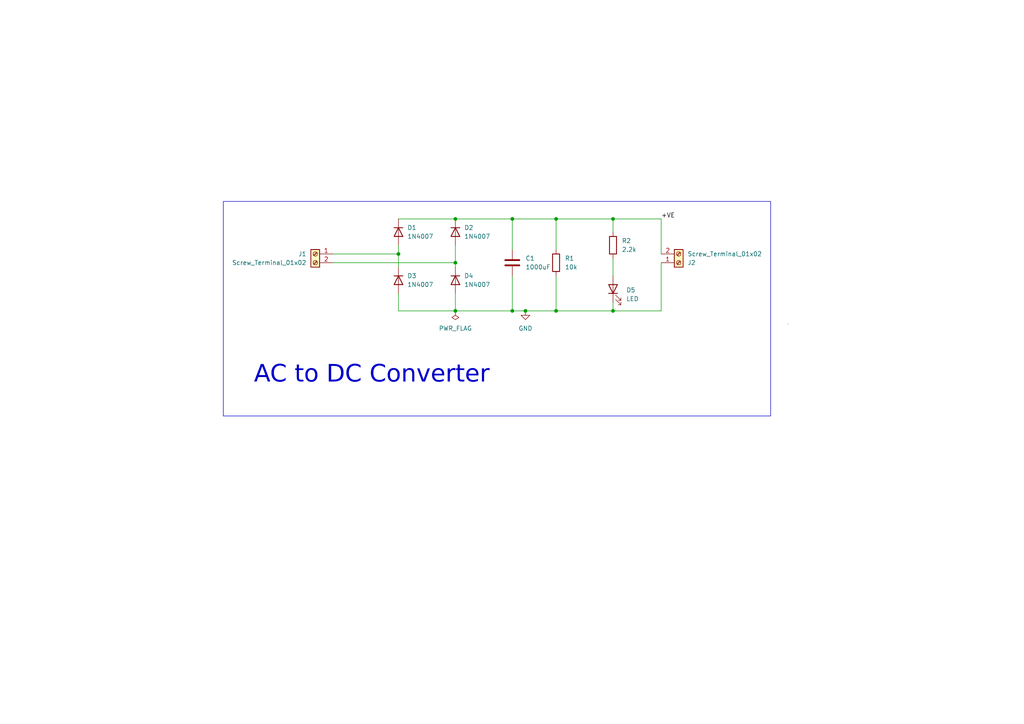
<source format=kicad_sch>
(kicad_sch (version 20230121) (generator eeschema)

  (uuid bfdcc1f0-0cb4-423a-bee1-26c8f1b45369)

  (paper "A4")

  (title_block
    (title "AC to DC Converter")
    (date "06/09/2024")
    (company "Electrables")
  )

  (lib_symbols
    (symbol "Connector:Screw_Terminal_01x02" (pin_names (offset 1.016) hide) (in_bom yes) (on_board yes)
      (property "Reference" "J" (at 0 2.54 0)
        (effects (font (size 1.27 1.27)))
      )
      (property "Value" "Screw_Terminal_01x02" (at 0 -5.08 0)
        (effects (font (size 1.27 1.27)))
      )
      (property "Footprint" "" (at 0 0 0)
        (effects (font (size 1.27 1.27)) hide)
      )
      (property "Datasheet" "~" (at 0 0 0)
        (effects (font (size 1.27 1.27)) hide)
      )
      (property "ki_keywords" "screw terminal" (at 0 0 0)
        (effects (font (size 1.27 1.27)) hide)
      )
      (property "ki_description" "Generic screw terminal, single row, 01x02, script generated (kicad-library-utils/schlib/autogen/connector/)" (at 0 0 0)
        (effects (font (size 1.27 1.27)) hide)
      )
      (property "ki_fp_filters" "TerminalBlock*:*" (at 0 0 0)
        (effects (font (size 1.27 1.27)) hide)
      )
      (symbol "Screw_Terminal_01x02_1_1"
        (rectangle (start -1.27 1.27) (end 1.27 -3.81)
          (stroke (width 0.254) (type default))
          (fill (type background))
        )
        (circle (center 0 -2.54) (radius 0.635)
          (stroke (width 0.1524) (type default))
          (fill (type none))
        )
        (polyline
          (pts
            (xy -0.5334 -2.2098)
            (xy 0.3302 -3.048)
          )
          (stroke (width 0.1524) (type default))
          (fill (type none))
        )
        (polyline
          (pts
            (xy -0.5334 0.3302)
            (xy 0.3302 -0.508)
          )
          (stroke (width 0.1524) (type default))
          (fill (type none))
        )
        (polyline
          (pts
            (xy -0.3556 -2.032)
            (xy 0.508 -2.8702)
          )
          (stroke (width 0.1524) (type default))
          (fill (type none))
        )
        (polyline
          (pts
            (xy -0.3556 0.508)
            (xy 0.508 -0.3302)
          )
          (stroke (width 0.1524) (type default))
          (fill (type none))
        )
        (circle (center 0 0) (radius 0.635)
          (stroke (width 0.1524) (type default))
          (fill (type none))
        )
        (pin passive line (at -5.08 0 0) (length 3.81)
          (name "Pin_1" (effects (font (size 1.27 1.27))))
          (number "1" (effects (font (size 1.27 1.27))))
        )
        (pin passive line (at -5.08 -2.54 0) (length 3.81)
          (name "Pin_2" (effects (font (size 1.27 1.27))))
          (number "2" (effects (font (size 1.27 1.27))))
        )
      )
    )
    (symbol "Device:C" (pin_numbers hide) (pin_names (offset 0.254)) (in_bom yes) (on_board yes)
      (property "Reference" "C" (at 0.635 2.54 0)
        (effects (font (size 1.27 1.27)) (justify left))
      )
      (property "Value" "C" (at 0.635 -2.54 0)
        (effects (font (size 1.27 1.27)) (justify left))
      )
      (property "Footprint" "" (at 0.9652 -3.81 0)
        (effects (font (size 1.27 1.27)) hide)
      )
      (property "Datasheet" "~" (at 0 0 0)
        (effects (font (size 1.27 1.27)) hide)
      )
      (property "ki_keywords" "cap capacitor" (at 0 0 0)
        (effects (font (size 1.27 1.27)) hide)
      )
      (property "ki_description" "Unpolarized capacitor" (at 0 0 0)
        (effects (font (size 1.27 1.27)) hide)
      )
      (property "ki_fp_filters" "C_*" (at 0 0 0)
        (effects (font (size 1.27 1.27)) hide)
      )
      (symbol "C_0_1"
        (polyline
          (pts
            (xy -2.032 -0.762)
            (xy 2.032 -0.762)
          )
          (stroke (width 0.508) (type default))
          (fill (type none))
        )
        (polyline
          (pts
            (xy -2.032 0.762)
            (xy 2.032 0.762)
          )
          (stroke (width 0.508) (type default))
          (fill (type none))
        )
      )
      (symbol "C_1_1"
        (pin passive line (at 0 3.81 270) (length 2.794)
          (name "~" (effects (font (size 1.27 1.27))))
          (number "1" (effects (font (size 1.27 1.27))))
        )
        (pin passive line (at 0 -3.81 90) (length 2.794)
          (name "~" (effects (font (size 1.27 1.27))))
          (number "2" (effects (font (size 1.27 1.27))))
        )
      )
    )
    (symbol "Device:LED" (pin_numbers hide) (pin_names (offset 1.016) hide) (in_bom yes) (on_board yes)
      (property "Reference" "D" (at 0 2.54 0)
        (effects (font (size 1.27 1.27)))
      )
      (property "Value" "LED" (at 0 -2.54 0)
        (effects (font (size 1.27 1.27)))
      )
      (property "Footprint" "" (at 0 0 0)
        (effects (font (size 1.27 1.27)) hide)
      )
      (property "Datasheet" "~" (at 0 0 0)
        (effects (font (size 1.27 1.27)) hide)
      )
      (property "ki_keywords" "LED diode" (at 0 0 0)
        (effects (font (size 1.27 1.27)) hide)
      )
      (property "ki_description" "Light emitting diode" (at 0 0 0)
        (effects (font (size 1.27 1.27)) hide)
      )
      (property "ki_fp_filters" "LED* LED_SMD:* LED_THT:*" (at 0 0 0)
        (effects (font (size 1.27 1.27)) hide)
      )
      (symbol "LED_0_1"
        (polyline
          (pts
            (xy -1.27 -1.27)
            (xy -1.27 1.27)
          )
          (stroke (width 0.254) (type default))
          (fill (type none))
        )
        (polyline
          (pts
            (xy -1.27 0)
            (xy 1.27 0)
          )
          (stroke (width 0) (type default))
          (fill (type none))
        )
        (polyline
          (pts
            (xy 1.27 -1.27)
            (xy 1.27 1.27)
            (xy -1.27 0)
            (xy 1.27 -1.27)
          )
          (stroke (width 0.254) (type default))
          (fill (type none))
        )
        (polyline
          (pts
            (xy -3.048 -0.762)
            (xy -4.572 -2.286)
            (xy -3.81 -2.286)
            (xy -4.572 -2.286)
            (xy -4.572 -1.524)
          )
          (stroke (width 0) (type default))
          (fill (type none))
        )
        (polyline
          (pts
            (xy -1.778 -0.762)
            (xy -3.302 -2.286)
            (xy -2.54 -2.286)
            (xy -3.302 -2.286)
            (xy -3.302 -1.524)
          )
          (stroke (width 0) (type default))
          (fill (type none))
        )
      )
      (symbol "LED_1_1"
        (pin passive line (at -3.81 0 0) (length 2.54)
          (name "K" (effects (font (size 1.27 1.27))))
          (number "1" (effects (font (size 1.27 1.27))))
        )
        (pin passive line (at 3.81 0 180) (length 2.54)
          (name "A" (effects (font (size 1.27 1.27))))
          (number "2" (effects (font (size 1.27 1.27))))
        )
      )
    )
    (symbol "Device:R" (pin_numbers hide) (pin_names (offset 0)) (in_bom yes) (on_board yes)
      (property "Reference" "R" (at 2.032 0 90)
        (effects (font (size 1.27 1.27)))
      )
      (property "Value" "R" (at 0 0 90)
        (effects (font (size 1.27 1.27)))
      )
      (property "Footprint" "" (at -1.778 0 90)
        (effects (font (size 1.27 1.27)) hide)
      )
      (property "Datasheet" "~" (at 0 0 0)
        (effects (font (size 1.27 1.27)) hide)
      )
      (property "ki_keywords" "R res resistor" (at 0 0 0)
        (effects (font (size 1.27 1.27)) hide)
      )
      (property "ki_description" "Resistor" (at 0 0 0)
        (effects (font (size 1.27 1.27)) hide)
      )
      (property "ki_fp_filters" "R_*" (at 0 0 0)
        (effects (font (size 1.27 1.27)) hide)
      )
      (symbol "R_0_1"
        (rectangle (start -1.016 -2.54) (end 1.016 2.54)
          (stroke (width 0.254) (type default))
          (fill (type none))
        )
      )
      (symbol "R_1_1"
        (pin passive line (at 0 3.81 270) (length 1.27)
          (name "~" (effects (font (size 1.27 1.27))))
          (number "1" (effects (font (size 1.27 1.27))))
        )
        (pin passive line (at 0 -3.81 90) (length 1.27)
          (name "~" (effects (font (size 1.27 1.27))))
          (number "2" (effects (font (size 1.27 1.27))))
        )
      )
    )
    (symbol "Diode:1N4007" (pin_numbers hide) (pin_names hide) (in_bom yes) (on_board yes)
      (property "Reference" "D" (at 0 2.54 0)
        (effects (font (size 1.27 1.27)))
      )
      (property "Value" "1N4007" (at 0 -2.54 0)
        (effects (font (size 1.27 1.27)))
      )
      (property "Footprint" "Diode_THT:D_DO-41_SOD81_P10.16mm_Horizontal" (at 0 -4.445 0)
        (effects (font (size 1.27 1.27)) hide)
      )
      (property "Datasheet" "http://www.vishay.com/docs/88503/1n4001.pdf" (at 0 0 0)
        (effects (font (size 1.27 1.27)) hide)
      )
      (property "Sim.Device" "D" (at 0 0 0)
        (effects (font (size 1.27 1.27)) hide)
      )
      (property "Sim.Pins" "1=K 2=A" (at 0 0 0)
        (effects (font (size 1.27 1.27)) hide)
      )
      (property "ki_keywords" "diode" (at 0 0 0)
        (effects (font (size 1.27 1.27)) hide)
      )
      (property "ki_description" "1000V 1A General Purpose Rectifier Diode, DO-41" (at 0 0 0)
        (effects (font (size 1.27 1.27)) hide)
      )
      (property "ki_fp_filters" "D*DO?41*" (at 0 0 0)
        (effects (font (size 1.27 1.27)) hide)
      )
      (symbol "1N4007_0_1"
        (polyline
          (pts
            (xy -1.27 1.27)
            (xy -1.27 -1.27)
          )
          (stroke (width 0.254) (type default))
          (fill (type none))
        )
        (polyline
          (pts
            (xy 1.27 0)
            (xy -1.27 0)
          )
          (stroke (width 0) (type default))
          (fill (type none))
        )
        (polyline
          (pts
            (xy 1.27 1.27)
            (xy 1.27 -1.27)
            (xy -1.27 0)
            (xy 1.27 1.27)
          )
          (stroke (width 0.254) (type default))
          (fill (type none))
        )
      )
      (symbol "1N4007_1_1"
        (pin passive line (at -3.81 0 0) (length 2.54)
          (name "K" (effects (font (size 1.27 1.27))))
          (number "1" (effects (font (size 1.27 1.27))))
        )
        (pin passive line (at 3.81 0 180) (length 2.54)
          (name "A" (effects (font (size 1.27 1.27))))
          (number "2" (effects (font (size 1.27 1.27))))
        )
      )
    )
    (symbol "power:GND" (power) (pin_names (offset 0)) (in_bom yes) (on_board yes)
      (property "Reference" "#PWR" (at 0 -6.35 0)
        (effects (font (size 1.27 1.27)) hide)
      )
      (property "Value" "GND" (at 0 -3.81 0)
        (effects (font (size 1.27 1.27)))
      )
      (property "Footprint" "" (at 0 0 0)
        (effects (font (size 1.27 1.27)) hide)
      )
      (property "Datasheet" "" (at 0 0 0)
        (effects (font (size 1.27 1.27)) hide)
      )
      (property "ki_keywords" "global power" (at 0 0 0)
        (effects (font (size 1.27 1.27)) hide)
      )
      (property "ki_description" "Power symbol creates a global label with name \"GND\" , ground" (at 0 0 0)
        (effects (font (size 1.27 1.27)) hide)
      )
      (symbol "GND_0_1"
        (polyline
          (pts
            (xy 0 0)
            (xy 0 -1.27)
            (xy 1.27 -1.27)
            (xy 0 -2.54)
            (xy -1.27 -1.27)
            (xy 0 -1.27)
          )
          (stroke (width 0) (type default))
          (fill (type none))
        )
      )
      (symbol "GND_1_1"
        (pin power_in line (at 0 0 270) (length 0) hide
          (name "GND" (effects (font (size 1.27 1.27))))
          (number "1" (effects (font (size 1.27 1.27))))
        )
      )
    )
    (symbol "power:PWR_FLAG" (power) (pin_numbers hide) (pin_names (offset 0) hide) (in_bom yes) (on_board yes)
      (property "Reference" "#FLG" (at 0 1.905 0)
        (effects (font (size 1.27 1.27)) hide)
      )
      (property "Value" "PWR_FLAG" (at 0 3.81 0)
        (effects (font (size 1.27 1.27)))
      )
      (property "Footprint" "" (at 0 0 0)
        (effects (font (size 1.27 1.27)) hide)
      )
      (property "Datasheet" "~" (at 0 0 0)
        (effects (font (size 1.27 1.27)) hide)
      )
      (property "ki_keywords" "flag power" (at 0 0 0)
        (effects (font (size 1.27 1.27)) hide)
      )
      (property "ki_description" "Special symbol for telling ERC where power comes from" (at 0 0 0)
        (effects (font (size 1.27 1.27)) hide)
      )
      (symbol "PWR_FLAG_0_0"
        (pin power_out line (at 0 0 90) (length 0)
          (name "pwr" (effects (font (size 1.27 1.27))))
          (number "1" (effects (font (size 1.27 1.27))))
        )
      )
      (symbol "PWR_FLAG_0_1"
        (polyline
          (pts
            (xy 0 0)
            (xy 0 1.27)
            (xy -1.016 1.905)
            (xy 0 2.54)
            (xy 1.016 1.905)
            (xy 0 1.27)
          )
          (stroke (width 0) (type default))
          (fill (type none))
        )
      )
    )
  )

  (junction (at 132.08 76.2) (diameter 0) (color 0 0 0 0)
    (uuid 0fc87147-710b-4679-9e19-034ce8b7ac03)
  )
  (junction (at 148.59 63.5) (diameter 0) (color 0 0 0 0)
    (uuid 288d0c96-81a6-4c49-a186-d9ce6ceef600)
  )
  (junction (at 161.29 90.17) (diameter 0) (color 0 0 0 0)
    (uuid 30a0d9a2-249f-4cd9-bcd6-c9b381ec0e67)
  )
  (junction (at 132.08 90.17) (diameter 0) (color 0 0 0 0)
    (uuid 3464e5b4-fa3f-4abb-a92d-d8c20abdcaea)
  )
  (junction (at 115.57 73.66) (diameter 0) (color 0 0 0 0)
    (uuid 5089ba49-14eb-4bd6-bfa9-9d1f2a53d8b5)
  )
  (junction (at 152.4 90.17) (diameter 0) (color 0 0 0 0)
    (uuid 6cd7b95f-6de5-470a-b988-e25776316dd6)
  )
  (junction (at 177.8 63.5) (diameter 0) (color 0 0 0 0)
    (uuid 839277fc-e6d9-4a6b-9cea-f8323cf18865)
  )
  (junction (at 132.08 63.5) (diameter 0) (color 0 0 0 0)
    (uuid a3c28b76-0d4d-4676-a863-c809e44e48f4)
  )
  (junction (at 177.8 90.17) (diameter 0) (color 0 0 0 0)
    (uuid c46b2ed0-7fdf-4050-b33b-e2c44e1b749e)
  )
  (junction (at 148.59 90.17) (diameter 0) (color 0 0 0 0)
    (uuid ed9970a2-63c4-4c31-82a9-6f4b627f0411)
  )
  (junction (at 161.29 63.5) (diameter 0) (color 0 0 0 0)
    (uuid f220ef26-c5c7-4cc8-8a25-890f64052c93)
  )

  (wire (pts (xy 152.4 90.17) (xy 161.29 90.17))
    (stroke (width 0) (type default))
    (uuid 02ffdab1-6a2e-4334-b741-0c7406b3e974)
  )
  (wire (pts (xy 161.29 90.17) (xy 161.29 80.01))
    (stroke (width 0) (type default))
    (uuid 075fe8b3-92bb-44cd-96df-465d5787926d)
  )
  (wire (pts (xy 148.59 90.17) (xy 132.08 90.17))
    (stroke (width 0) (type default))
    (uuid 133ad992-e25c-4a64-b22a-be84fc9a6555)
  )
  (wire (pts (xy 177.8 63.5) (xy 177.8 67.31))
    (stroke (width 0) (type default))
    (uuid 1482dba6-2e85-475f-b19d-24aba8775e6c)
  )
  (wire (pts (xy 148.59 90.17) (xy 152.4 90.17))
    (stroke (width 0) (type default))
    (uuid 1643fcfc-9b86-4cb3-a46d-76ea599e2306)
  )
  (wire (pts (xy 191.77 76.2) (xy 191.77 90.17))
    (stroke (width 0) (type default))
    (uuid 3091841e-4871-423d-bf04-8a3ae18aa9e2)
  )
  (wire (pts (xy 177.8 90.17) (xy 161.29 90.17))
    (stroke (width 0) (type default))
    (uuid 35598c24-7888-4efb-b8c6-81ba1f1402a4)
  )
  (wire (pts (xy 115.57 73.66) (xy 115.57 77.47))
    (stroke (width 0) (type default))
    (uuid 38a7e3ed-c3e9-4adb-95d6-9010d1771f0a)
  )
  (wire (pts (xy 148.59 63.5) (xy 132.08 63.5))
    (stroke (width 0) (type default))
    (uuid 46082d7a-16e1-4a3b-95c0-1753c0b81d44)
  )
  (wire (pts (xy 115.57 71.12) (xy 115.57 73.66))
    (stroke (width 0) (type default))
    (uuid 46f6ce5e-2014-4e3a-8d11-ff027eb5509e)
  )
  (wire (pts (xy 115.57 85.09) (xy 115.57 90.17))
    (stroke (width 0) (type default))
    (uuid 538b1ba8-b4c9-49c1-a4cf-a6e8040ffc85)
  )
  (wire (pts (xy 161.29 63.5) (xy 177.8 63.5))
    (stroke (width 0) (type default))
    (uuid 73e6c91b-44ea-48a8-89b9-c43efcda1f0a)
  )
  (wire (pts (xy 132.08 90.17) (xy 132.08 85.09))
    (stroke (width 0) (type default))
    (uuid 7bab385b-4410-4e0e-bde9-3e5b364252ef)
  )
  (wire (pts (xy 161.29 72.39) (xy 161.29 63.5))
    (stroke (width 0) (type default))
    (uuid 8225fd75-99f5-4987-bb27-746be5704d3d)
  )
  (wire (pts (xy 177.8 87.63) (xy 177.8 90.17))
    (stroke (width 0) (type default))
    (uuid 8d303ea1-9431-489f-b967-eebe721065de)
  )
  (wire (pts (xy 148.59 72.39) (xy 148.59 63.5))
    (stroke (width 0) (type default))
    (uuid 98d9fdf4-e309-4cee-9866-969e6d17f542)
  )
  (wire (pts (xy 132.08 76.2) (xy 132.08 77.47))
    (stroke (width 0) (type default))
    (uuid a2cdc24c-dfb1-4eb2-a890-7afbfe7aacdb)
  )
  (wire (pts (xy 177.8 74.93) (xy 177.8 80.01))
    (stroke (width 0) (type default))
    (uuid a4fc3f2b-02c1-4076-96b9-d5408e885339)
  )
  (wire (pts (xy 148.59 80.01) (xy 148.59 90.17))
    (stroke (width 0) (type default))
    (uuid ad7a8bf5-bc49-4af9-84d9-768aaf1cdcb3)
  )
  (wire (pts (xy 115.57 63.5) (xy 132.08 63.5))
    (stroke (width 0) (type default))
    (uuid ad845135-9308-448a-b1de-f71d5657d392)
  )
  (wire (pts (xy 96.52 73.66) (xy 115.57 73.66))
    (stroke (width 0) (type default))
    (uuid b439ec37-b66d-45e4-94a6-65a2e5e093b8)
  )
  (wire (pts (xy 191.77 73.66) (xy 191.77 63.5))
    (stroke (width 0) (type default))
    (uuid d56d4cf7-58e6-418a-a410-8a3d638796c1)
  )
  (wire (pts (xy 115.57 90.17) (xy 132.08 90.17))
    (stroke (width 0) (type default))
    (uuid d6f5bfb9-a1c8-45e8-8400-b8cefab94b8b)
  )
  (wire (pts (xy 161.29 63.5) (xy 148.59 63.5))
    (stroke (width 0) (type default))
    (uuid dcb3d6b8-c5e8-46e9-9c9f-677e3e5c93cc)
  )
  (wire (pts (xy 191.77 90.17) (xy 177.8 90.17))
    (stroke (width 0) (type default))
    (uuid ec161baf-a26f-4bdb-b3db-75cee5d087cf)
  )
  (wire (pts (xy 177.8 63.5) (xy 191.77 63.5))
    (stroke (width 0) (type default))
    (uuid ed2bfde3-6264-4400-b306-630d3f589bf1)
  )
  (wire (pts (xy 96.52 76.2) (xy 132.08 76.2))
    (stroke (width 0) (type default))
    (uuid f42074c8-7dfa-4397-9e55-6c0e7c70a90c)
  )
  (wire (pts (xy 132.08 71.12) (xy 132.08 76.2))
    (stroke (width 0) (type default))
    (uuid ff7849e1-96b7-490c-974b-cd19e9ac3a10)
  )

  (rectangle (start 228.6 93.98) (end 228.6 93.98)
    (stroke (width 0) (type default))
    (fill (type none))
    (uuid f51c6303-ab94-4910-a153-8afb49776a71)
  )
  (rectangle (start 64.77 58.42) (end 223.52 120.65)
    (stroke (width 0) (type default))
    (fill (type none))
    (uuid f9a48a71-b2fb-4a20-9fa5-14301303c7b9)
  )

  (text "AC to DC Converter \n" (at 73.66 113.03 0)
    (effects (font (face "Tahoma") (size 5 5)) (justify left bottom))
    (uuid fa5281f9-e6c7-4a1f-8902-6a6146298686)
  )

  (label "+VE" (at 191.77 63.5 0) (fields_autoplaced)
    (effects (font (size 1.27 1.27)) (justify left bottom))
    (uuid 2488e76c-8082-4ac0-a81d-69d8d2d120e4)
  )

  (symbol (lib_id "Connector:Screw_Terminal_01x02") (at 91.44 73.66 0) (mirror y) (unit 1)
    (in_bom yes) (on_board yes) (dnp no)
    (uuid 38d17b7e-5e38-4c4f-900e-5b472093302c)
    (property "Reference" "J1" (at 88.9 73.66 0)
      (effects (font (size 1.27 1.27)) (justify left))
    )
    (property "Value" "Screw_Terminal_01x02" (at 88.9 76.2 0)
      (effects (font (size 1.27 1.27)) (justify left))
    )
    (property "Footprint" "TerminalBlock:TerminalBlock_bornier-2_P5.08mm" (at 91.44 73.66 0)
      (effects (font (size 1.27 1.27)) hide)
    )
    (property "Datasheet" "~" (at 91.44 73.66 0)
      (effects (font (size 1.27 1.27)) hide)
    )
    (pin "2" (uuid 66c71f8b-5504-433c-a70d-4e7b63033655))
    (pin "1" (uuid a70bf8f5-d193-449b-a9b7-6d3fd65807c5))
    (instances
      (project "ACtoDC_Converter"
        (path "/bfdcc1f0-0cb4-423a-bee1-26c8f1b45369"
          (reference "J1") (unit 1)
        )
      )
    )
  )

  (symbol (lib_id "Diode:1N4007") (at 132.08 81.28 270) (unit 1)
    (in_bom yes) (on_board yes) (dnp no) (fields_autoplaced)
    (uuid 438f1fd6-08a0-44ff-9a17-dc8f8aada63d)
    (property "Reference" "D4" (at 134.62 80.01 90)
      (effects (font (size 1.27 1.27)) (justify left))
    )
    (property "Value" "1N4007" (at 134.62 82.55 90)
      (effects (font (size 1.27 1.27)) (justify left))
    )
    (property "Footprint" "Diode_THT:D_DO-41_SOD81_P10.16mm_Horizontal" (at 127.635 81.28 0)
      (effects (font (size 1.27 1.27)) hide)
    )
    (property "Datasheet" "http://www.vishay.com/docs/88503/1n4001.pdf" (at 132.08 81.28 0)
      (effects (font (size 1.27 1.27)) hide)
    )
    (property "Sim.Device" "D" (at 132.08 81.28 0)
      (effects (font (size 1.27 1.27)) hide)
    )
    (property "Sim.Pins" "1=K 2=A" (at 132.08 81.28 0)
      (effects (font (size 1.27 1.27)) hide)
    )
    (pin "1" (uuid 83b395c2-5064-45c3-acd7-b166ff7f5e82))
    (pin "2" (uuid 1baecbdd-a673-4d36-9ee2-4db5e61752c9))
    (instances
      (project "ACtoDC_Converter"
        (path "/bfdcc1f0-0cb4-423a-bee1-26c8f1b45369"
          (reference "D4") (unit 1)
        )
      )
    )
  )

  (symbol (lib_id "Device:R") (at 177.8 71.12 0) (unit 1)
    (in_bom yes) (on_board yes) (dnp no) (fields_autoplaced)
    (uuid 462a9841-df8e-44d8-b8ca-881f7ff9e9d4)
    (property "Reference" "R2" (at 180.34 69.85 0)
      (effects (font (size 1.27 1.27)) (justify left))
    )
    (property "Value" "2.2k" (at 180.34 72.39 0)
      (effects (font (size 1.27 1.27)) (justify left))
    )
    (property "Footprint" "Resistor_THT:R_Axial_DIN0207_L6.3mm_D2.5mm_P7.62mm_Horizontal" (at 176.022 71.12 90)
      (effects (font (size 1.27 1.27)) hide)
    )
    (property "Datasheet" "~" (at 177.8 71.12 0)
      (effects (font (size 1.27 1.27)) hide)
    )
    (pin "2" (uuid 8e5dc18b-0ff7-4c1c-bf8e-89298debc8bd))
    (pin "1" (uuid 3dbd1007-d307-4d25-a3cd-d8a35d8e9ac0))
    (instances
      (project "ACtoDC_Converter"
        (path "/bfdcc1f0-0cb4-423a-bee1-26c8f1b45369"
          (reference "R2") (unit 1)
        )
      )
    )
  )

  (symbol (lib_id "Diode:1N4007") (at 132.08 67.31 270) (unit 1)
    (in_bom yes) (on_board yes) (dnp no) (fields_autoplaced)
    (uuid 586fc0fa-10aa-490e-a995-d4fd543dc35f)
    (property "Reference" "D2" (at 134.62 66.04 90)
      (effects (font (size 1.27 1.27)) (justify left))
    )
    (property "Value" "1N4007" (at 134.62 68.58 90)
      (effects (font (size 1.27 1.27)) (justify left))
    )
    (property "Footprint" "Diode_THT:D_DO-41_SOD81_P10.16mm_Horizontal" (at 127.635 67.31 0)
      (effects (font (size 1.27 1.27)) hide)
    )
    (property "Datasheet" "http://www.vishay.com/docs/88503/1n4001.pdf" (at 132.08 67.31 0)
      (effects (font (size 1.27 1.27)) hide)
    )
    (property "Sim.Device" "D" (at 132.08 67.31 0)
      (effects (font (size 1.27 1.27)) hide)
    )
    (property "Sim.Pins" "1=K 2=A" (at 132.08 67.31 0)
      (effects (font (size 1.27 1.27)) hide)
    )
    (pin "1" (uuid faa65aea-bfe5-4298-b15b-c832e27ed09a))
    (pin "2" (uuid b59f0487-5830-49b5-a12c-25ecc41991ab))
    (instances
      (project "ACtoDC_Converter"
        (path "/bfdcc1f0-0cb4-423a-bee1-26c8f1b45369"
          (reference "D2") (unit 1)
        )
      )
    )
  )

  (symbol (lib_id "Diode:1N4007") (at 115.57 81.28 270) (unit 1)
    (in_bom yes) (on_board yes) (dnp no) (fields_autoplaced)
    (uuid 5ca44b4c-70fe-4478-83e6-6295192ca32f)
    (property "Reference" "D3" (at 118.11 80.01 90)
      (effects (font (size 1.27 1.27)) (justify left))
    )
    (property "Value" "1N4007" (at 118.11 82.55 90)
      (effects (font (size 1.27 1.27)) (justify left))
    )
    (property "Footprint" "Diode_THT:D_DO-41_SOD81_P10.16mm_Horizontal" (at 111.125 81.28 0)
      (effects (font (size 1.27 1.27)) hide)
    )
    (property "Datasheet" "http://www.vishay.com/docs/88503/1n4001.pdf" (at 115.57 81.28 0)
      (effects (font (size 1.27 1.27)) hide)
    )
    (property "Sim.Device" "D" (at 115.57 81.28 0)
      (effects (font (size 1.27 1.27)) hide)
    )
    (property "Sim.Pins" "1=K 2=A" (at 115.57 81.28 0)
      (effects (font (size 1.27 1.27)) hide)
    )
    (pin "1" (uuid 267da368-f75e-4bc1-9819-dd13a3a9a492))
    (pin "2" (uuid 1a9e85bd-a4d8-419e-b762-cf47a1c5d1bc))
    (instances
      (project "ACtoDC_Converter"
        (path "/bfdcc1f0-0cb4-423a-bee1-26c8f1b45369"
          (reference "D3") (unit 1)
        )
      )
    )
  )

  (symbol (lib_id "Device:C") (at 148.59 76.2 0) (unit 1)
    (in_bom yes) (on_board yes) (dnp no) (fields_autoplaced)
    (uuid 5de77364-349e-4bb9-96e1-915216d8525b)
    (property "Reference" "C1" (at 152.4 74.93 0)
      (effects (font (size 1.27 1.27)) (justify left))
    )
    (property "Value" "1000uF" (at 152.4 77.47 0)
      (effects (font (size 1.27 1.27)) (justify left))
    )
    (property "Footprint" "Capacitor_THT:C_Radial_D8.0mm_H11.5mm_P3.50mm" (at 149.5552 80.01 0)
      (effects (font (size 1.27 1.27)) hide)
    )
    (property "Datasheet" "~" (at 148.59 76.2 0)
      (effects (font (size 1.27 1.27)) hide)
    )
    (pin "2" (uuid 1131d447-7e91-4bf5-aa6f-9c76b38c436f))
    (pin "1" (uuid 1a88f34f-7a42-45eb-9f78-227794b37aab))
    (instances
      (project "ACtoDC_Converter"
        (path "/bfdcc1f0-0cb4-423a-bee1-26c8f1b45369"
          (reference "C1") (unit 1)
        )
      )
    )
  )

  (symbol (lib_id "power:GND") (at 152.4 90.17 0) (unit 1)
    (in_bom yes) (on_board yes) (dnp no) (fields_autoplaced)
    (uuid 820eacd6-af27-4642-8304-94138db34feb)
    (property "Reference" "#PWR01" (at 152.4 96.52 0)
      (effects (font (size 1.27 1.27)) hide)
    )
    (property "Value" "GND" (at 152.4 95.25 0)
      (effects (font (size 1.27 1.27)))
    )
    (property "Footprint" "" (at 152.4 90.17 0)
      (effects (font (size 1.27 1.27)) hide)
    )
    (property "Datasheet" "" (at 152.4 90.17 0)
      (effects (font (size 1.27 1.27)) hide)
    )
    (pin "1" (uuid c9b7f369-aac5-49af-b576-b075e2692dfc))
    (instances
      (project "ACtoDC_Converter"
        (path "/bfdcc1f0-0cb4-423a-bee1-26c8f1b45369"
          (reference "#PWR01") (unit 1)
        )
      )
    )
  )

  (symbol (lib_id "power:PWR_FLAG") (at 132.08 90.17 180) (unit 1)
    (in_bom yes) (on_board yes) (dnp no) (fields_autoplaced)
    (uuid aee77be2-c8be-4f16-810e-1c74a2ae6bc0)
    (property "Reference" "#FLG01" (at 132.08 92.075 0)
      (effects (font (size 1.27 1.27)) hide)
    )
    (property "Value" "PWR_FLAG" (at 132.08 95.25 0)
      (effects (font (size 1.27 1.27)))
    )
    (property "Footprint" "" (at 132.08 90.17 0)
      (effects (font (size 1.27 1.27)) hide)
    )
    (property "Datasheet" "~" (at 132.08 90.17 0)
      (effects (font (size 1.27 1.27)) hide)
    )
    (pin "1" (uuid 9776d43c-af53-416c-b5d5-95ed54f0cb57))
    (instances
      (project "ACtoDC_Converter"
        (path "/bfdcc1f0-0cb4-423a-bee1-26c8f1b45369"
          (reference "#FLG01") (unit 1)
        )
      )
    )
  )

  (symbol (lib_id "Diode:1N4007") (at 115.57 67.31 270) (unit 1)
    (in_bom yes) (on_board yes) (dnp no) (fields_autoplaced)
    (uuid b4f9cb81-f917-4712-9a4f-0ac7cd41f5b1)
    (property "Reference" "D1" (at 118.11 66.04 90)
      (effects (font (size 1.27 1.27)) (justify left))
    )
    (property "Value" "1N4007" (at 118.11 68.58 90)
      (effects (font (size 1.27 1.27)) (justify left))
    )
    (property "Footprint" "Diode_THT:D_DO-41_SOD81_P10.16mm_Horizontal" (at 111.125 67.31 0)
      (effects (font (size 1.27 1.27)) hide)
    )
    (property "Datasheet" "http://www.vishay.com/docs/88503/1n4001.pdf" (at 115.57 67.31 0)
      (effects (font (size 1.27 1.27)) hide)
    )
    (property "Sim.Device" "D" (at 115.57 67.31 0)
      (effects (font (size 1.27 1.27)) hide)
    )
    (property "Sim.Pins" "1=K 2=A" (at 115.57 67.31 0)
      (effects (font (size 1.27 1.27)) hide)
    )
    (pin "1" (uuid 4f08c1d9-4719-4e07-bd38-554076be07c1))
    (pin "2" (uuid 7d609b59-4278-4282-9a1b-b7c598ba5cdd))
    (instances
      (project "ACtoDC_Converter"
        (path "/bfdcc1f0-0cb4-423a-bee1-26c8f1b45369"
          (reference "D1") (unit 1)
        )
      )
    )
  )

  (symbol (lib_id "Device:LED") (at 177.8 83.82 90) (unit 1)
    (in_bom yes) (on_board yes) (dnp no) (fields_autoplaced)
    (uuid e5985b34-ec1d-4b98-93d9-382eee91e22d)
    (property "Reference" "D5" (at 181.61 84.1375 90)
      (effects (font (size 1.27 1.27)) (justify right))
    )
    (property "Value" "LED" (at 181.61 86.6775 90)
      (effects (font (size 1.27 1.27)) (justify right))
    )
    (property "Footprint" "LED_THT:LED_D5.0mm_Clear" (at 177.8 83.82 0)
      (effects (font (size 1.27 1.27)) hide)
    )
    (property "Datasheet" "~" (at 177.8 83.82 0)
      (effects (font (size 1.27 1.27)) hide)
    )
    (pin "1" (uuid 7683e3eb-1412-4f90-a509-c461c6557569))
    (pin "2" (uuid 7939da02-9672-4a72-8a9b-6f9e254fb89d))
    (instances
      (project "ACtoDC_Converter"
        (path "/bfdcc1f0-0cb4-423a-bee1-26c8f1b45369"
          (reference "D5") (unit 1)
        )
      )
    )
  )

  (symbol (lib_id "Connector:Screw_Terminal_01x02") (at 196.85 76.2 0) (mirror x) (unit 1)
    (in_bom yes) (on_board yes) (dnp no)
    (uuid ee2c56f1-b04d-4a3d-8ed5-ae23d9b22cb2)
    (property "Reference" "J2" (at 199.39 76.2 0)
      (effects (font (size 1.27 1.27)) (justify left))
    )
    (property "Value" "Screw_Terminal_01x02" (at 199.39 73.66 0)
      (effects (font (size 1.27 1.27)) (justify left))
    )
    (property "Footprint" "TerminalBlock:TerminalBlock_bornier-2_P5.08mm" (at 196.85 76.2 0)
      (effects (font (size 1.27 1.27)) hide)
    )
    (property "Datasheet" "~" (at 196.85 76.2 0)
      (effects (font (size 1.27 1.27)) hide)
    )
    (pin "1" (uuid 1bd462e5-6fd5-4d28-bc78-bb427999640f))
    (pin "2" (uuid 33f0cbf6-c380-4943-b8bb-fcd2667270b6))
    (instances
      (project "ACtoDC_Converter"
        (path "/bfdcc1f0-0cb4-423a-bee1-26c8f1b45369"
          (reference "J2") (unit 1)
        )
      )
    )
  )

  (symbol (lib_id "Device:R") (at 161.29 76.2 0) (unit 1)
    (in_bom yes) (on_board yes) (dnp no) (fields_autoplaced)
    (uuid f8e4cdaf-7534-4f17-a634-64b3dc9b4de7)
    (property "Reference" "R1" (at 163.83 74.93 0)
      (effects (font (size 1.27 1.27)) (justify left))
    )
    (property "Value" "10k" (at 163.83 77.47 0)
      (effects (font (size 1.27 1.27)) (justify left))
    )
    (property "Footprint" "Resistor_THT:R_Axial_DIN0207_L6.3mm_D2.5mm_P7.62mm_Horizontal" (at 159.512 76.2 90)
      (effects (font (size 1.27 1.27)) hide)
    )
    (property "Datasheet" "~" (at 161.29 76.2 0)
      (effects (font (size 1.27 1.27)) hide)
    )
    (pin "2" (uuid 741355df-73aa-4d2b-a62f-af0e4895a814))
    (pin "1" (uuid 9558b251-2e19-4c6b-980e-39a48abd57e1))
    (instances
      (project "ACtoDC_Converter"
        (path "/bfdcc1f0-0cb4-423a-bee1-26c8f1b45369"
          (reference "R1") (unit 1)
        )
      )
    )
  )

  (sheet_instances
    (path "/" (page "1"))
  )
)

</source>
